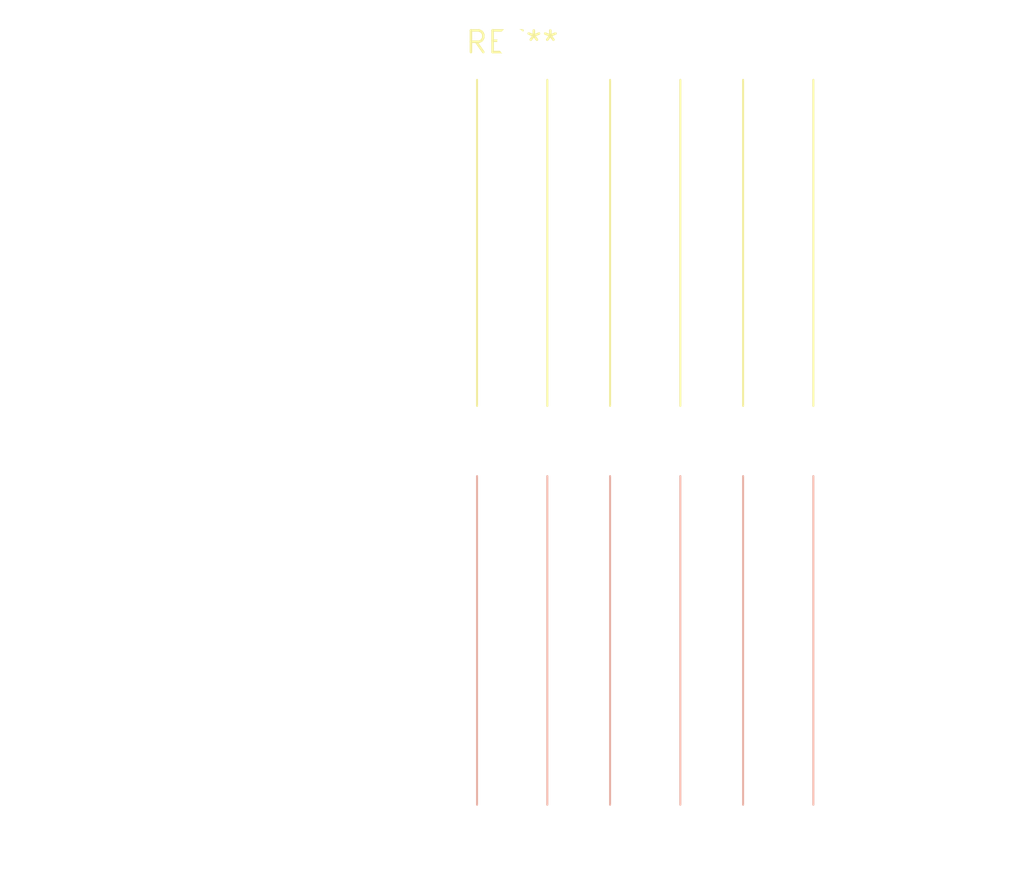
<source format=kicad_pcb>
(kicad_pcb (version 20240108) (generator pcbnew)
  (layers (0 "F.Cu" signal) (31 "B.Cu" signal) (34 "B.Paste" user) (35 "F.Paste" user) (36 "B.SilkS" user "B.Silkscreen") (37 "F.SilkS" user "F.Silkscreen") (38 "B.Mask" user) (39 "F.Mask" user) (44 "Edge.Cuts" user))
  (net 0 "")
  (footprint "SolderWire-1sqmm_1x03_P7.8mm_D1.4mm_OD3.9mm_Relief2x" (layer "F.Cu") (at 0 0)
    (property "Reference" "REF**")
    (property "Value" "SolderWire-1sqmm_1x03_P7.8mm_D1.4mm_OD3.9mm_Relief2x")
    (fp_line (start -2.06 25.46) (end -2.06 44.74) (layer "B.SilkS") (stroke (width 0.12)))
    (fp_line (start 2.06 25.46) (end 2.06 44.74) (layer "B.SilkS") (stroke (width 0.12)))
    (fp_line (start 5.74 25.46) (end 5.74 44.74) (layer "B.SilkS") (stroke (width 0.12)))
    (fp_line (start 9.86 25.46) (end 9.86 44.74) (layer "B.SilkS") (stroke (width 0.12)))
    (fp_line (start 13.54 25.46) (end 13.54 44.74) (layer "B.SilkS") (stroke (width 0.12)))
    (fp_line (start 17.66 25.46) (end 17.66 44.74) (layer "B.SilkS") (stroke (width 0.12)))
    (fp_line (start -2.06 2.21) (end -2.06 21.34) (layer "F.SilkS") (stroke (width 0.12)))
    (fp_line (start 2.06 2.21) (end 2.06 21.34) (layer "F.SilkS") (stroke (width 0.12)))
    (fp_line (start 5.74 2.21) (end 5.74 21.34) (layer "F.SilkS") (stroke (width 0.12)))
    (fp_line (start 9.86 2.21) (end 9.86 21.34) (layer "F.SilkS") (stroke (width 0.12)))
    (fp_line (start 13.54 2.21) (end 13.54 21.34) (layer "F.SilkS") (stroke (width 0.12)))
    (fp_line (start 17.66 2.21) (end 17.66 21.34) (layer "F.SilkS") (stroke (width 0.12)))
    (pad "" np_thru_hole circle (at 0 23.4) (size 4.4 4.4) (drill 4.4) (layers *.Cu *.Mask))
    (pad "" np_thru_hole circle (at 0 46.8) (size 4.4 4.4) (drill 4.4) (layers *.Cu *.Mask))
    (pad "" np_thru_hole circle (at 7.8 23.4) (size 4.4 4.4) (drill 4.4) (layers *.Cu *.Mask))
    (pad "" np_thru_hole circle (at 7.8 46.8) (size 4.4 4.4) (drill 4.4) (layers *.Cu *.Mask))
    (pad "" np_thru_hole circle (at 15.6 23.4) (size 4.4 4.4) (drill 4.4) (layers *.Cu *.Mask))
    (pad "" np_thru_hole circle (at 15.6 46.8) (size 4.4 4.4) (drill 4.4) (layers *.Cu *.Mask))
    (pad "1" thru_hole roundrect (at 0 0) (size 3.9 3.9) (drill 1.75) (layers *.Cu *.Mask) (remove_unused_layers) (roundrect_rratio 0.064103))
    (pad "2" thru_hole circle (at 7.8 0) (size 3.9 3.9) (drill 1.75) (layers *.Cu *.Mask) (remove_unused_layers))
    (pad "3" thru_hole circle (at 15.6 0) (size 3.9 3.9) (drill 1.75) (layers *.Cu *.Mask) (remove_unused_layers))
  )
)
</source>
